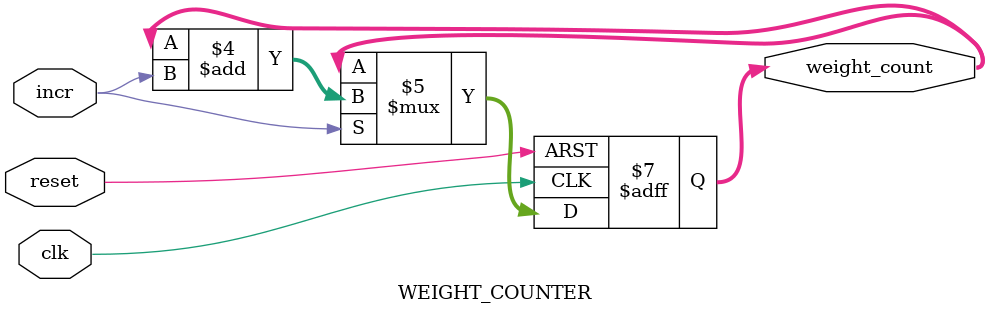
<source format=sv>
module WEIGHT_COUNTER
#(
  parameter WEIGHT_COLS = 3,
  parameter COUNTER_WEIGHT_WIDTH = $clog2(WEIGHT_COLS)
)
(
  input logic clk,
  input logic reset,
  input logic incr,
  output logic [COUNTER_WEIGHT_WIDTH-1:0] weight_count
  
);

//logic [COUNTER_WEIGHT_WIDTH-1:0] weight_count_reg;

always@(posedge clk or posedge reset)begin
	if(reset==1'b1)begin
		weight_count<=3'b0;
	end
	else begin
		if(incr==1'b1)begin
			weight_count<=weight_count+incr;
		end
	end
  end


endmodule

</source>
